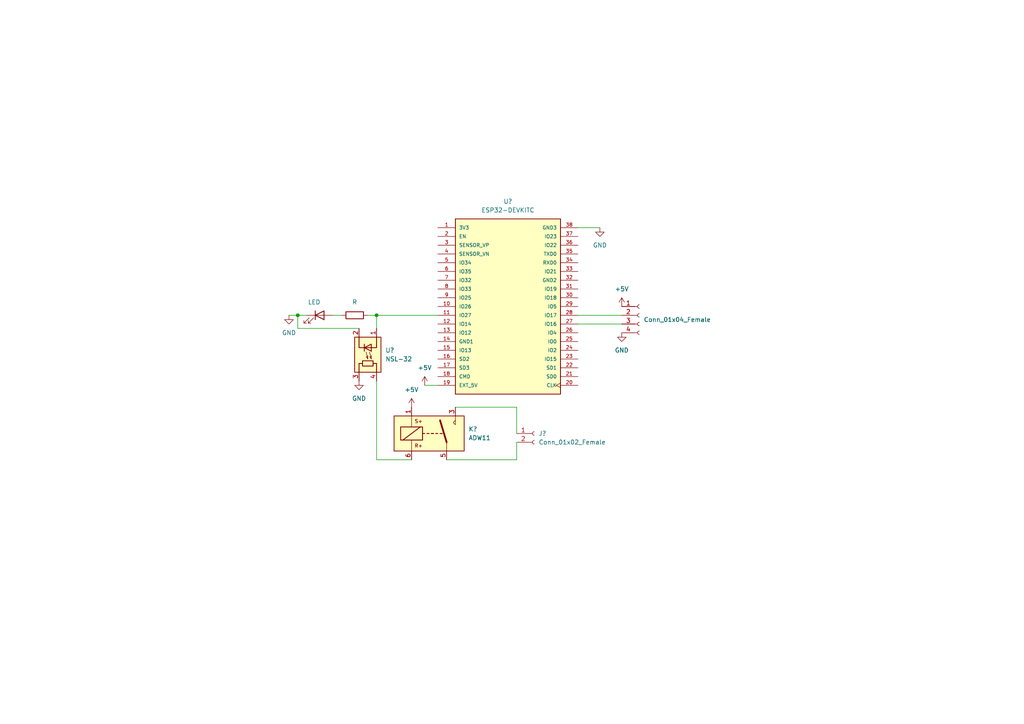
<source format=kicad_sch>
(kicad_sch (version 20211123) (generator eeschema)
  (paper "A4")
  (lib_symbols
    (symbol "Connector:Conn_01x02_Female" (pin_names (offset 1.016) hide)
      (property "Reference" "J" (at 0 2.54 0))
      (property "Value" "Conn_01x02_Female" (at 0 -5.08 0))
      (symbol "Conn_01x02_Female_1_1"
        (arc (start 0 -2.032) (mid -0.508 -2.54) (end 0 -3.048) (stroke (width 0.1524)))
        (polyline (pts (xy -1.27 -2.54) (xy -0.508 -2.54)) (stroke (width 0.1524)))
        (polyline (pts (xy -1.27 0) (xy -0.508 0)) (stroke (width 0.1524)))
        (arc (start 0 0.508) (mid -0.508 0) (end 0 -0.508) (stroke (width 0.1524)))
        (pin passive line (at -5.08 0 0) (length 3.81) (name "Pin_1") (number "1"))
        (pin passive line (at -5.08 -2.54 0) (length 3.81) (name "Pin_2") (number "2"))
      )
    )
    (symbol "Connector:Conn_01x04_Female" (pin_names (offset 1.016) hide)
      (property "Reference" "J" (at 0 5.08 0))
      (property "Value" "Conn_01x04_Female" (at 0 -7.62 0))
      (symbol "Conn_01x04_Female_1_1"
        (arc (start 0 -4.572) (mid -0.508 -5.08) (end 0 -5.588) (stroke (width 0.1524)))
        (arc (start 0 -2.032) (mid -0.508 -2.54) (end 0 -3.048) (stroke (width 0.1524)))
        (polyline (pts (xy -1.27 -5.08) (xy -0.508 -5.08)) (stroke (width 0.1524)))
        (polyline (pts (xy -1.27 -2.54) (xy -0.508 -2.54)) (stroke (width 0.1524)))
        (polyline (pts (xy -1.27 0) (xy -0.508 0)) (stroke (width 0.1524)))
        (polyline (pts (xy -1.27 2.54) (xy -0.508 2.54)) (stroke (width 0.1524)))
        (arc (start 0 0.508) (mid -0.508 0) (end 0 -0.508) (stroke (width 0.1524)))
        (arc (start 0 3.048) (mid -0.508 2.54) (end 0 2.032) (stroke (width 0.1524)))
        (pin passive line (at -5.08 2.54 0) (length 3.81) (name "Pin_1") (number "1"))
        (pin passive line (at -5.08 0 0) (length 3.81) (name "Pin_2") (number "2"))
        (pin passive line (at -5.08 -2.54 0) (length 3.81) (name "Pin_3") (number "3"))
        (pin passive line (at -5.08 -5.08 0) (length 3.81) (name "Pin_4") (number "4"))
      )
    )
    (symbol "Device:LED" (pin_numbers hide) (pin_names (offset 1.016) hide)
      (property "Reference" "D" (at 0 2.54 0))
      (property "Value" "LED" (at 0 -2.54 0))
      (symbol "LED_0_1"
        (polyline (pts (xy -1.27 -1.27) (xy -1.27 1.27)) (stroke (width 0.254)))
        (polyline (pts (xy -1.27 0) (xy 1.27 0)))
        (polyline (pts (xy 1.27 -1.27) (xy 1.27 1.27) (xy -1.27 0) (xy 1.27 -1.27)) (stroke (width 0.254)))
        (polyline (pts (xy -3.048 -0.762) (xy -4.572 -2.286) (xy -3.81 -2.286) (xy -4.572 -2.286) (xy -4.572 -1.524)))
        (polyline (pts (xy -1.778 -0.762) (xy -3.302 -2.286) (xy -2.54 -2.286) (xy -3.302 -2.286) (xy -3.302 -1.524)))
      )
      (symbol "LED_1_1"
        (pin passive line (at -3.81 0 0) (length 2.54) (name "K") (number "1"))
        (pin passive line (at 3.81 0 180) (length 2.54) (name "A") (number "2"))
      )
    )
    (symbol "Device:R" (pin_numbers hide) (pin_names (offset 0))
      (property "Reference" "R" (at 2.032 0 90))
      (property "Value" "R" (at 0 0 90))
      (symbol "R_0_1"
        (rectangle (start -1.016 -2.54) (end 1.016 2.54) (stroke (width 0.254)))
      )
      (symbol "R_1_1"
        (pin passive line (at 0 3.81 270) (length 1.27) (name "~") (number "1"))
        (pin passive line (at 0 -3.81 90) (length 1.27) (name "~") (number "2"))
      )
    )
    (symbol "ESP32-DEVKIT-38PIN:ESP32-DEVKITC" (pin_names (offset 1.016))
      (property "Reference" "U" (at -15.2572 26.0643 0))
      (property "Value" "ESP32-DEVKITC" (at -15.2563 -27.9698 0))
      (symbol "ESP32-DEVKITC_0_0"
        (rectangle (start -15.24 -25.4) (end 15.24 25.4) (stroke (width 0.254)) (fill (type background)))
        (pin power_in line (at -20.32 22.86 0) (length 5.08) (name "3V3") (number "1"))
        (pin bidirectional line (at -20.32 0 0) (length 5.08) (name "IO26") (number "10"))
        (pin bidirectional line (at -20.32 -2.54 0) (length 5.08) (name "IO27") (number "11"))
        (pin bidirectional line (at -20.32 -5.08 0) (length 5.08) (name "IO14") (number "12"))
        (pin bidirectional line (at -20.32 -7.62 0) (length 5.08) (name "IO12") (number "13"))
        (pin power_in line (at -20.32 -10.16 0) (length 5.08) (name "GND1") (number "14"))
        (pin bidirectional line (at -20.32 -12.7 0) (length 5.08) (name "IO13") (number "15"))
        (pin bidirectional line (at -20.32 -15.24 0) (length 5.08) (name "SD2") (number "16"))
        (pin bidirectional line (at -20.32 -17.78 0) (length 5.08) (name "SD3") (number "17"))
        (pin bidirectional line (at -20.32 -20.32 0) (length 5.08) (name "CMD") (number "18"))
        (pin power_in line (at -20.32 -22.86 0) (length 5.08) (name "EXT_5V") (number "19"))
        (pin input line (at -20.32 20.32 0) (length 5.08) (name "EN") (number "2"))
        (pin input clock (at 20.32 -22.86 180) (length 5.08) (name "CLK") (number "20"))
        (pin bidirectional line (at 20.32 -20.32 180) (length 5.08) (name "SD0") (number "21"))
        (pin bidirectional line (at 20.32 -17.78 180) (length 5.08) (name "SD1") (number "22"))
        (pin bidirectional line (at 20.32 -15.24 180) (length 5.08) (name "IO15") (number "23"))
        (pin bidirectional line (at 20.32 -12.7 180) (length 5.08) (name "IO2") (number "24"))
        (pin bidirectional line (at 20.32 -10.16 180) (length 5.08) (name "IO0") (number "25"))
        (pin bidirectional line (at 20.32 -7.62 180) (length 5.08) (name "IO4") (number "26"))
        (pin bidirectional line (at 20.32 -5.08 180) (length 5.08) (name "IO16") (number "27"))
        (pin bidirectional line (at 20.32 -2.54 180) (length 5.08) (name "IO17") (number "28"))
        (pin bidirectional line (at 20.32 0 180) (length 5.08) (name "IO5") (number "29"))
        (pin input line (at -20.32 17.78 0) (length 5.08) (name "SENSOR_VP") (number "3"))
        (pin bidirectional line (at 20.32 2.54 180) (length 5.08) (name "IO18") (number "30"))
        (pin bidirectional line (at 20.32 5.08 180) (length 5.08) (name "IO19") (number "31"))
        (pin power_in line (at 20.32 7.62 180) (length 5.08) (name "GND2") (number "32"))
        (pin bidirectional line (at 20.32 10.16 180) (length 5.08) (name "IO21") (number "33"))
        (pin input line (at 20.32 12.7 180) (length 5.08) (name "RXD0") (number "34"))
        (pin output line (at 20.32 15.24 180) (length 5.08) (name "TXD0") (number "35"))
        (pin bidirectional line (at 20.32 17.78 180) (length 5.08) (name "IO22") (number "36"))
        (pin bidirectional line (at 20.32 20.32 180) (length 5.08) (name "IO23") (number "37"))
        (pin power_in line (at 20.32 22.86 180) (length 5.08) (name "GND3") (number "38"))
        (pin input line (at -20.32 15.24 0) (length 5.08) (name "SENSOR_VN") (number "4"))
        (pin bidirectional line (at -20.32 12.7 0) (length 5.08) (name "IO34") (number "5"))
        (pin bidirectional line (at -20.32 10.16 0) (length 5.08) (name "IO35") (number "6"))
        (pin bidirectional line (at -20.32 7.62 0) (length 5.08) (name "IO32") (number "7"))
        (pin bidirectional line (at -20.32 5.08 0) (length 5.08) (name "IO33") (number "8"))
        (pin bidirectional line (at -20.32 2.54 0) (length 5.08) (name "IO25") (number "9"))
      )
    )
    (symbol "Isolator:NSL-32" (pin_names (offset 0.762) hide)
      (property "Reference" "U" (at 0 5.08 0))
      (property "Value" "NSL-32" (at 0 -5.08 0))
      (symbol "NSL-32_0_1"
        (rectangle (start -5.08 3.81) (end 5.08 -3.81) (stroke (width 0.254)) (fill (type background)))
        (polyline (pts (xy -5.08 2.54) (xy -2.54 2.54)) (stroke (width 0.254)))
        (polyline (pts (xy -2.794 -2.54) (xy -5.08 -2.54)) (stroke (width 0.254)))
        (polyline (pts (xy -1.016 -1.016) (xy -3.048 -1.016) (xy -3.048 -1.016)) (stroke (width 0.254)))
        (polyline (pts (xy -0.762 -0.508) (xy 1.27 0) (xy 1.27 0)))
        (polyline (pts (xy -0.762 0.508) (xy 1.27 1.016) (xy 1.27 1.016)))
        (polyline (pts (xy 2.54 -1.524) (xy 2.54 -2.54) (xy 5.08 -2.54)) (stroke (width 0.254)))
        (polyline (pts (xy 2.54 1.524) (xy 2.54 2.54) (xy 5.08 2.54)) (stroke (width 0.254)))
        (polyline (pts (xy -2.794 -2.54) (xy -2.032 -2.54) (xy -2.032 2.54) (xy -2.794 2.54)) (stroke (width 0.254)))
        (polyline (pts (xy 0.254 0) (xy 1.27 0) (xy 0.508 -0.508) (xy 0.508 -0.508)))
        (polyline (pts (xy 0.254 1.016) (xy 1.27 1.016) (xy 0.508 0.508) (xy 0.508 0.508)))
        (polyline (pts (xy -1.016 1.016) (xy -3.048 1.016) (xy -2.032 -1.016) (xy -1.016 1.016) (xy -1.016 1.016) (xy -1.016 1.016)) (stroke (width 0.254)))
        (rectangle (start 1.778 1.524) (end 3.302 -1.524) (stroke (width 0.254)))
      )
      (symbol "NSL-32_1_1"
        (pin passive line (at -7.62 2.54 0) (length 2.54) (name "A") (number "1"))
        (pin passive line (at -7.62 -2.54 0) (length 2.54) (name "K") (number "2"))
        (pin passive line (at 7.62 -2.54 180) (length 2.54) (name "R") (number "3"))
        (pin passive line (at 7.62 2.54 180) (length 2.54) (name "R") (number "4"))
      )
    )
    (symbol "Relay:ADW11"
      (property "Reference" "K" (at 11.43 3.81 0))
      (property "Value" "ADW11" (at 13.97 1.27 0))
      (symbol "ADW11_1_1"
        (rectangle (start -10.16 5.08) (end 10.16 -5.08) (stroke (width 0.254)) (fill (type background)))
        (rectangle (start -8.255 1.905) (end -1.905 -1.905) (stroke (width 0.254)))
        (polyline (pts (xy -7.62 -1.905) (xy -2.54 1.905)) (stroke (width 0.254)))
        (polyline (pts (xy -5.08 -5.08) (xy -5.08 -1.905)))
        (polyline (pts (xy -5.08 5.08) (xy -5.08 1.905)))
        (polyline (pts (xy -1.905 0) (xy -1.27 0)) (stroke (width 0.254)))
        (polyline (pts (xy -0.635 0) (xy 0 0)) (stroke (width 0.254)))
        (polyline (pts (xy 0.635 0) (xy 1.27 0)) (stroke (width 0.254)))
        (polyline (pts (xy 0.635 0) (xy 1.27 0)) (stroke (width 0.254)))
        (polyline (pts (xy 1.905 0) (xy 2.54 0)) (stroke (width 0.254)))
        (polyline (pts (xy 3.175 0) (xy 3.81 0)) (stroke (width 0.254)))
        (polyline (pts (xy 5.08 -2.54) (xy 3.175 3.81)) (stroke (width 0.508)))
        (polyline (pts (xy 5.08 -2.54) (xy 5.08 -5.08)))
        (polyline (pts (xy 7.62 3.81) (xy 7.62 5.08)))
        (polyline (pts (xy 7.62 3.81) (xy 7.62 2.54) (xy 6.985 3.175) (xy 7.62 3.81)))
        (text "R+" (at -3.048 -3.556 0) (effects (font (size 1.016 1.016))))
        (text "S+" (at -3.048 3.556 0) (effects (font (size 1.016 1.016))))
        (pin passive line (at -5.08 7.62 270) (length 2.54) (name "~") (number "1"))
        (pin passive line (at 7.62 7.62 270) (length 2.54) (name "~") (number "3"))
        (pin passive line (at 5.08 -7.62 90) (length 2.54) (name "~") (number "5"))
        (pin passive line (at -5.08 -7.62 90) (length 2.54) (name "~") (number "6"))
      )
    )
    (symbol "power:+5V" (power) (pin_names (offset 0))
      (property "Value" "+5V" (at 0 3.556 0))
      (symbol "+5V_0_1"
        (polyline (pts (xy -0.762 1.27) (xy 0 2.54)))
        (polyline (pts (xy 0 0) (xy 0 2.54)))
        (polyline (pts (xy 0 2.54) (xy 0.762 1.27)))
      )
      (symbol "+5V_1_1"
        (pin power_in line (at 0 0 90) (length 0) hide (name "+5V") (number "1"))
      )
    )
    (symbol "power:GND" (power) (pin_names (offset 0))
      (property "Value" "GND" (at 0 -3.81 0))
      (symbol "GND_0_1"
        (polyline (pts (xy 0 0) (xy 0 -1.27) (xy 1.27 -1.27) (xy 0 -2.54) (xy -1.27 -1.27) (xy 0 -1.27)))
      )
      (symbol "GND_1_1"
        (pin power_in line (at 0 0 270) (length 0) hide (name "GND") (number "1"))
      )
    )
  )
  (junction (at 109.22 91.44))
  (junction (at 86.36 91.44))
  (wire (pts (xy 109.22 91.44) (xy 109.22 95.25)))
  (wire (pts (xy 109.22 91.44) (xy 127 91.44)))
  (wire (pts (xy 96.52 91.44) (xy 99.06 91.44)))
  (wire (pts (xy 109.22 110.49) (xy 109.22 133.35)))
  (wire (pts (xy 106.68 91.44) (xy 109.22 91.44)))
  (wire (pts (xy 129.54 133.35) (xy 149.86 133.35)))
  (wire (pts (xy 132.08 118.11) (xy 149.86 118.11)))
  (wire (pts (xy 149.86 125.73) (xy 149.86 118.11)))
  (wire (pts (xy 149.86 133.35) (xy 149.86 128.27)))
  (wire (pts (xy 86.36 91.44) (xy 88.9 91.44)))
  (wire (pts (xy 167.64 93.98) (xy 180.34 93.98)))
  (wire (pts (xy 127 111.76) (xy 123.19 111.76)))
  (wire (pts (xy 173.99 66.04) (xy 167.64 66.04)))
  (wire (pts (xy 109.22 133.35) (xy 119.38 133.35)))
  (wire (pts (xy 104.14 95.25) (xy 86.36 95.25)))
  (wire (pts (xy 83.82 91.44) (xy 86.36 91.44)))
  (wire (pts (xy 86.36 95.25) (xy 86.36 91.44)))
  (wire (pts (xy 167.64 91.44) (xy 180.34 91.44)))
  (symbol (lib_id "ESP32-DEVKIT-38PIN:ESP32-DEVKITC") (at 147.32 88.9 0) (unit 1)
    (property "Reference" "U?" (at 147.32 58.42 0))
    (property "Value" "ESP32-DEVKITC" (at 147.32 60.96 0))
    (property "Footprint" "MODULE_ESP32-DEVKITC" (effects hide))
    (property "PARTREV" "N/A" (effects hide))
    (property "STANDARD" "Manufacturer Recommendations" (effects hide))
    (property "MANUFACTURER" "ESPRESSIF" (effects hide))
  )
  (symbol (lib_id "Connector:Conn_01x04_Female") (at 185.42 91.44 0) (unit 1)
    (property "Reference" "J?" (effects hide))
    (property "Value" "Conn_01x04_Female" (at 186.69 92.7099 0) (effects (justify left)))
  )
  (symbol (lib_id "Device:LED") (at 92.71 91.44 0) (unit 1)
    (property "Reference" "D?" (effects hide))
    (property "Value" "LED" (at 91.1225 87.63 0))
  )
  (symbol (lib_id "power:GND") (at 173.99 66.04 0) (unit 1)
    (property "Reference" "#PWR?" (effects hide))
    (property "Value" "GND" (at 173.99 71.12 0))
  )
  (symbol (lib_id "power:GND") (at 104.14 110.49 0) (unit 1)
    (property "Reference" "#PWR?" (effects hide))
    (property "Value" "GND" (at 104.14 115.57 0))
  )
  (symbol (lib_id "power:+5V") (at 180.34 88.9 0) (unit 1)
    (property "Reference" "#PWR?" (effects hide))
    (property "Value" "+5V" (at 180.34 83.82 0))
  )
  (symbol (lib_id "power:+5V") (at 123.19 111.76 0) (unit 1)
    (property "Reference" "#PWR?" (effects hide))
    (property "Value" "+5V" (at 123.19 106.68 0))
  )
  (symbol (lib_id "power:GND") (at 83.82 91.44 0) (unit 1)
    (property "Reference" "#PWR?" (effects hide))
    (property "Value" "GND" (at 83.82 96.52 0))
  )
  (symbol (lib_id "Device:R") (at 102.87 91.44 270) (unit 1)
    (property "Reference" "R?" (effects hide))
    (property "Value" "R" (at 102.87 87.63 90))
  )
  (symbol (lib_id "Relay:ADW11") (at 124.46 125.73 0) (unit 1)
    (property "Reference" "K?" (at 135.89 124.4599 0) (effects (justify left)))
    (property "Value" "ADW11" (at 135.89 126.9999 0) (effects (justify left)))
    (property "Footprint" "Relay_THT:Relay_1P1T_NO_10x24x18.8mm_Panasonic_ADW11xxxxW_THT" (effects hide))
    (property "Datasheet" "https://www.panasonic-electric-works.com/pew/es/downloads/ds_dw_hl_en.pdf" (effects hide))
  )
  (symbol (lib_id "power:+5V") (at 119.38 118.11 0) (unit 1)
    (property "Reference" "#PWR?" (effects hide))
    (property "Value" "+5V" (at 119.38 113.03 0))
  )
  (symbol (lib_id "Isolator:NSL-32") (at 106.68 102.87 270) (unit 1)
    (property "Reference" "U?" (at 111.76 101.5999 90) (effects (justify left)))
    (property "Value" "NSL-32" (at 111.76 104.1399 90) (effects (justify left)))
    (property "Footprint" "OptoDevice:Luna_NSL-32" (effects hide))
    (property "Datasheet" "http://lunainc.com/wp-content/uploads/2016/06/NSL-32.pdf" (effects hide))
  )
  (symbol (lib_id "power:GND") (at 180.34 96.52 0) (unit 1)
    (property "Reference" "#PWR?" (effects hide))
    (property "Value" "GND" (at 180.34 101.6 0))
  )
  (symbol (lib_id "Connector:Conn_01x02_Female") (at 154.94 125.73 0) (unit 1)
    (property "Reference" "J?" (at 156.21 125.7299 0) (effects (justify left)))
    (property "Value" "Conn_01x02_Female" (at 156.21 128.2699 0) (effects (justify left)))
  )
)
</source>
